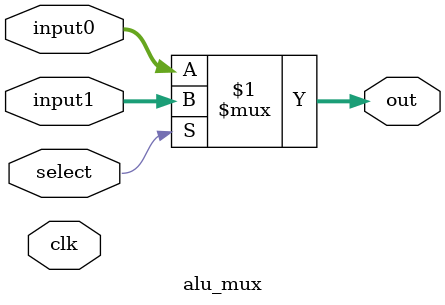
<source format=v>
module alu_mux(
    input wire [31:0] input0, // First input option for the MUX
    input wire [31:0] input1, // Second input option for the MUX
    input wire select,        // Select signal to choose between input0 and input1
    output wire [31:0] out,    // Output of the MUX
    input clk
);

    // Assign the output based on the select signal
    
    assign out = select ? input1 : input0;
    

endmodule
</source>
